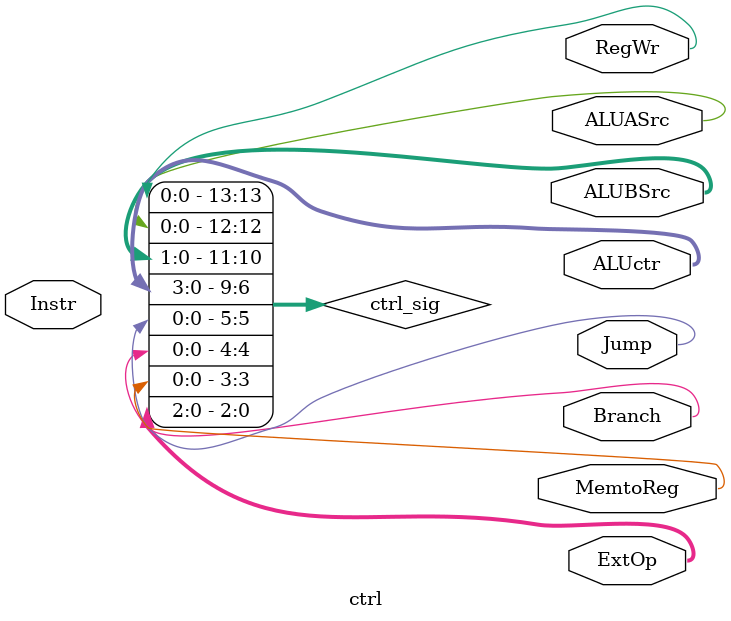
<source format=v>
module ctrl (
    input [9:0] Instr,
    output wire RegWr,
    output wire ALUASrc,
    output wire [1:0] ALUBSrc,
    output wire [3:0] ALUctr,
    output wire Jump,
    output wire Branch,
    output wire MemtoReg,
    output wire [2:0] ExtOp
);
    reg [13:0] ctrl_sig;

    always @ (*) begin
        case (Instr)


        endcase
    end

    assign RegWr = ctrl_sig[13];
    assign ALUASrc = ctrl_sig[12];
    assign ALUBSrc = ctrl_sig[11:10];
    assign ALUctr = ctrl_sig[9:6];
    assign Jump = ctrl_sig[5];
    assign Branch = ctrl_sig[4];
    assign MemtoReg = ctrl_sig[3];
    assign ExtOp = ctrl_sig[2:0];

endmodule
</source>
